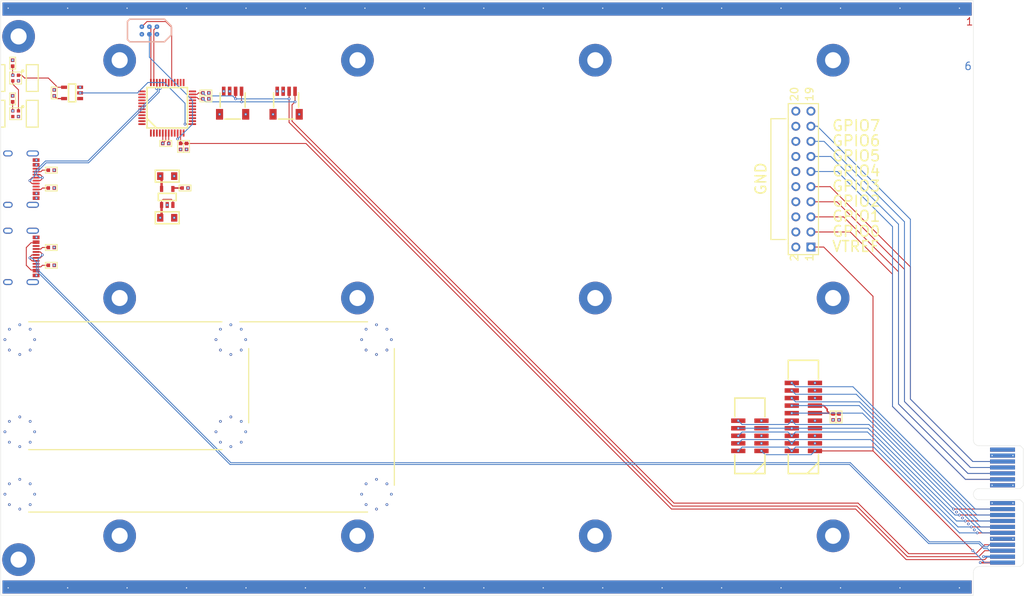
<source format=kicad_pcb>
(kicad_pcb (version 20240108) (generator "pcbnew") (generator_version "8.0")
  (layers (0 "F.Cu" signal "Top Layer") (1 "In1.Cu" signal "Signal Layer 1") (2 "In2.Cu" signal "Signal Layer 2") (3 "In3.Cu" signal "Signal Layer 3") (4 "In4.Cu" signal "Signal Layer 4") (31 "B.Cu" signal "Bottom Layer") (34 "B.Paste" user "Bottom Paste") (35 "F.Paste" user "Top Paste") (36 "B.SilkS" user "Bottom Overlay") (37 "F.SilkS" user "Top Overlay") (38 "B.Mask" user "Bottom Solder") (39 "F.Mask" user "Top Solder") (44 "Edge.Cuts" user))
  (net 0 "")
  (net 1 "NetP6_A4")
  (net 2 "NetC4_2")
  (net 3 "NetP6_B5")
  (net 4 "NetP6_A5")
  (net 5 "NetC3_2")
  (net 6 "NetP2_B5")
  (net 7 "NetP2_A5")
  (net 8 "NetLED1_1")
  (net 9 "LEDS")
  (net 10 "NetLED1_3")
  (net 11 "NRST")
  (net 12 "M_USB_D_P")
  (net 13 "M_USB_D_N")
  (net 14 "SWDIO")
  (net 15 "SWCLK")
  (net 16 "ADDR")
  (net 17 "MGMT_SDA")
  (net 18 "MGMT_SCL")
  (net 19 "TRACED3")
  (net 20 "TRACED2")
  (net 21 "TRACED1")
  (net 22 "TRACED0")
  (net 23 "TRACECLK")
  (net 24 "M_NRST")
  (net 25 "JTDO")
  (net 26 "JTDI")
  (net 27 "JTCK")
  (net 28 "GPIO7")
  (net 29 "GPIO6")
  (net 30 "GPIO5")
  (net 31 "GPIO4")
  (net 32 "GPIO3")
  (net 33 "GPIO2")
  (net 34 "GPIO1")
  (net 35 "GPIO0")
  (net 36 "JTMS")
  (net 37 "V3.3")
  (net 38 "VTREF")
  (net 39 "GND")
  (net 40 "V5")
  (net 41 "UART_TX")
  (net 42 "D_N")
  (net 43 "D_P")
  (footprint "misc.IntLib:0805" (layer "F.Cu") (at 90.501095 84.5036 180)
    (property "Reference" "C8" (hide yes))
    (property "Value" "22uF" (hide yes))
  )
  (footprint "misc.IntLib:FTSH105" (layer "F.Cu") (at 188.501095 128.1786 90)
    (property "Reference" "P5" (hide yes))
    (property "Value" "SWD-FTSH105" (hide yes))
  )
  (footprint "" (layer "F.Cu") (at 162.501095 145.0036)
    (property "Reference" "")
    (property "Value" "")
  )
  (footprint "misc.IntLib:SOT23-5" (layer "F.Cu") (at 90.501095 88.0036)
    (property "Reference" "U5" (hide yes))
    (property "Value" "RT9193-33" (hide yes))
  )
  (footprint "" (layer "F.Cu") (at 82.501095 105.0036)
    (property "Reference" "")
    (property "Value" "")
  )
  (footprint "" (layer "F.Cu") (at 202.501095 65.0036)
    (property "Reference" "")
    (property "Value" "")
  )
  (footprint "" (layer "F.Cu") (at 65.501095 149.0036)
    (property "Reference" "")
    (property "Value" "")
  )
  (footprint "" (layer "F.Cu") (at 162.501095 105.0036)
    (property "Reference" "")
    (property "Value" "")
  )
  (footprint "" (layer "F.Cu") (at 122.501095 105.0036)
    (property "Reference" "")
    (property "Value" "")
  )
  (footprint "misc.IntLib:0402" (layer "F.Cu") (at 71.001095 86.5036 180)
    (property "Reference" "R6" (hide yes))
    (property "Value" "5.1k" (hide yes))
  )
  (footprint "misc.IntLib:SM04B" (layer "F.Cu") (at 110.501095 75.0036)
    (property "Reference" "P8" (hide yes))
    (property "Value" "SH4_I2C" (hide yes))
  )
  (footprint "misc.IntLib:WA-SMSI_M2.5" (layer "F.Cu") (at 101.201095 127.5036 90)
    (property "Reference" "MH7" (hide yes))
    (property "Value" "Mounting_Hole" (hide yes))
  )
  (footprint "misc.IntLib:0402" (layer "F.Cu") (at 92.751095 79.5036 90)
    (property "Reference" "C2" (hide yes))
    (property "Value" "100nF" (hide yes))
  )
  (footprint "" (layer "F.Cu") (at 162.501095 65.0036)
    (property "Reference" "")
    (property "Value" "")
  )
  (footprint "misc.IntLib:0402" (layer "F.Cu") (at 203.501095 125.0036 -90)
    (property "Reference" "R2" (hide yes))
    (property "Value" "NP" (hide yes))
  )
  (footprint "" (layer "F.Cu") (at 122.501095 65.0036)
    (property "Reference" "")
    (property "Value" "")
  )
  (footprint "" (layer "F.Cu") (at 202.501095 105.0036)
    (property "Reference" "")
    (property "Value" "")
  )
  (footprint "misc.IntLib:WA-SMSI_M2.5" (layer "F.Cu") (at 65.701095 112.0036 90)
    (property "Reference" "MH1" (hide yes))
    (property "Value" "Mounting_Hole" (hide yes))
  )
  (footprint "misc.IntLib:0402" (layer "F.Cu") (at 71.501095 70.5036 -90)
    (property "Reference" "C9" (hide yes))
    (property "Value" "100nF" (hide yes))
  )
  (footprint "misc.IntLib:WA-SMSI_M2.5" (layer "F.Cu") (at 125.701095 138.0036 90)
    (property "Reference" "MH4" (hide yes))
    (property "Value" "Mounting_Hole" (hide yes))
  )
  (footprint "misc.IntLib:0402" (layer "F.Cu") (at 64.501095 65.5036 -90)
    (property "Reference" "C10" (hide yes))
    (property "Value" "100nF" (hide yes))
  )
  (footprint "misc.IntLib:PCIE_X1_EDGE" (layer "F.Cu") (at 226.101095 138.0036 90)
    (property "Reference" "P1" (hide yes))
    (property "Value" "PCIE_X1" (hide yes))
  )
  (footprint "misc.IntLib:WA-SMSI_M2.5" (layer "F.Cu") (at 125.701095 112.0036 90)
    (property "Reference" "MH3" (hide yes))
    (property "Value" "Mounting_Hole" (hide yes))
  )
  (footprint "misc.IntLib:0402" (layer "F.Cu") (at 71.001095 83.5036 180)
    (property "Reference" "R5" (hide yes))
    (property "Value" "5.1k" (hide yes))
  )
  (footprint "misc.IntLib:0402" (layer "F.Cu") (at 202.501095 125.0036 90)
    (property "Reference" "C3" (hide yes))
    (property "Value" "100nF" (hide yes))
  )
  (footprint "misc.IntLib:WA-SMSI_M2.5" (layer "F.Cu") (at 65.701095 127.5036 90)
    (property "Reference" "MH5" (hide yes))
    (property "Value" "Mounting_Hole" (hide yes))
  )
  (footprint "misc.IntLib:WA-SMSI_M2.5" (layer "F.Cu") (at 101.201095 112.0036 90)
    (property "Reference" "MH6" (hide yes))
    (property "Value" "Mounting_Hole" (hide yes))
  )
  (footprint "misc.IntLib:U262-161N-4BVC11" (layer "F.Cu") (at 63.701095 98.0036 -90)
    (property "Reference" "P6" (hide yes))
    (property "Value" "USBC" (hide yes))
  )
  (footprint "" (layer "F.Cu") (at 122.501095 145.0036)
    (property "Reference" "")
    (property "Value" "")
  )
  (footprint "Miscellaneous Connectors.IntLib:HDR2X10" (layer "F.Cu") (at 198.771095 96.4336 90)
    (property "Reference" "P9" (hide yes))
    (property "Value" "Header 10X2" (hide yes))
  )
  (footprint "misc.IntLib:FTSH110" (layer "F.Cu") (at 197.501095 125.0036 90)
    (property "Reference" "P4" (hide yes))
    (property "Value" "SWD-TRACE-FTSH110" (hide yes))
  )
  (footprint "misc.IntLib:0402" (layer "F.Cu") (at 93.751095 79.5036 -90)
    (property "Reference" "R1" (hide yes))
    (property "Value" "10k" (hide yes))
  )
  (footprint "misc.IntLib:0402" (layer "F.Cu") (at 97.001095 71.5036)
    (property "Reference" "R8" (hide yes))
    (property "Value" "2k" (hide yes))
  )
  (footprint "misc.IntLib:EC15" (layer "F.Cu") (at 65.001095 68.0036 180)
    (property "Reference" "LED1" (hide yes))
    (property "Value" "SK6805" (hide yes))
  )
  (footprint "misc.IntLib:0402" (layer "F.Cu") (at 97.001095 70.5036)
    (property "Reference" "R7" (hide yes))
    (property "Value" "2k" (hide yes))
  )
  (footprint "misc.IntLib:SM04B" (layer "F.Cu") (at 101.501095 75.0036)
    (property "Reference" "P7" (hide yes))
    (property "Value" "SH4_I2C" (hide yes))
  )
  (footprint "misc.IntLib:SLP3-150-100-F" (layer "F.Cu") (at 65.001095 74.0036 -90)
    (property "Reference" "LP2" (hide yes))
    (property "Value" "Lightpipe" (hide yes))
  )
  (footprint "misc.IntLib:EC15" (layer "F.Cu") (at 65.001095 74.0036 180)
    (property "Reference" "LED2" (hide yes))
    (property "Value" "SK6805" (hide yes))
  )
  (footprint "misc.IntLib:QFP48" (layer "F.Cu") (at 90.501095 73.0036)
    (property "Reference" "U2" (hide yes))
    (property "Value" "STM32G0B1C" (hide yes))
  )
  (footprint "" (layer "F.Cu") (at 82.501095 145.0036)
    (property "Reference" "")
    (property "Value" "")
  )
  (footprint "misc.IntLib:0402" (layer "F.Cu") (at 90.251095 79.0036 180)
    (property "Reference" "C1" (hide yes))
    (property "Value" "100nF" (hide yes))
  )
  (footprint "" (layer "F.Cu") (at 202.501095 145.0036)
    (property "Reference" "")
    (property "Value" "")
  )
  (footprint "misc.IntLib:U262-161N-4BVC11" (layer "F.Cu") (at 63.701095 85.0036 -90)
    (property "Reference" "P2" (hide yes))
    (property "Value" "USBC" (hide yes))
  )
  (footprint "misc.IntLib:0805" (layer "F.Cu") (at 90.501095 91.5036 180)
    (property "Reference" "C7" (hide yes))
    (property "Value" "22uF" (hide yes))
  )
  (footprint "" (layer "F.Cu") (at 82.501095 65.0036)
    (property "Reference" "")
    (property "Value" "")
  )
  (footprint "" (layer "F.Cu") (at 65.501095 61.0036)
    (property "Reference" "")
    (property "Value" "")
  )
  (footprint "misc.IntLib:0402" (layer "F.Cu") (at 93.501095 86.5036 180)
    (property "Reference" "C4" (hide yes))
    (property "Value" "100nF" (hide yes))
  )
  (footprint "misc.IntLib:SLP3-150-100-F" (layer "F.Cu") (at 65.001095 68.0036 -90)
    (property "Reference" "LP1" (hide yes))
    (property "Value" "Lightpipe" (hide yes))
  )
  (footprint "misc.IntLib:0402" (layer "F.Cu") (at 64.501095 71.5036 -90)
    (property "Reference" "C11" (hide yes))
    (property "Value" "100nF" (hide yes))
  )
  (footprint "misc.IntLib:0402" (layer "F.Cu") (at 71.001095 99.5036 180)
    (property "Reference" "R4" (hide yes))
    (property "Value" "5.1k" (hide yes))
  )
  (footprint "misc.IntLib:SOT23-5" (layer "F.Cu") (at 74.501095 70.5036 90)
    (property "Reference" "U4" (hide yes))
    (property "Value" "SN74LV1T34" (hide yes))
  )
  (footprint "misc.IntLib:WA-SMSI_M2.5" (layer "F.Cu") (at 65.701095 138.0036 90)
    (property "Reference" "MH2" (hide yes))
    (property "Value" "Mounting_Hole" (hide yes))
  )
  (footprint "misc.IntLib:0402" (layer "F.Cu") (at 71.001095 96.5036 180)
    (property "Reference" "R3" (hide yes))
    (property "Value" "5.1k" (hide yes))
  )
  (footprint "misc.IntLib:TC2030-NL" (layer "B.Cu") (at 87.501095 60.0036 180)
    (property "Reference" "P3" (hide yes))
    (property "Value" "SWD-TC2030" (hide yes))
  )
  (gr_line (start 67.201095 130.5036) (end 99.701095 130.5036) (stroke (width 0.2)) (layer "F.SilkS"))
  (gr_line (start 104.201095 126.0036) (end 104.201095 113.5036) (stroke (width 0.2)) (layer "F.SilkS"))
  (gr_line (start 192.041095 95.16359) (end 192.041095 74.84359) (stroke (width 0.2)) (layer "F.SilkS"))
  (gr_line (start 192.041095 95.16359) (end 194.581095 95.16359) (stroke (width 0.2)) (layer "F.SilkS"))
  (gr_line (start 67.201095 141.0036) (end 124.201095 141.0036) (stroke (width 0.2)) (layer "F.SilkS"))
  (gr_line (start 192.041095 74.84359) (end 194.581095 74.84359) (stroke (width 0.2)) (layer "F.SilkS"))
  (gr_line (start 67.201095 109.0036) (end 99.701095 109.0036) (stroke (width 0.2)) (layer "F.SilkS"))
  (gr_line (start 102.701095 109.0036) (end 124.201095 109.0036) (stroke (width 0.2)) (layer "F.SilkS"))
  (gr_line (start 128.701095 136.5036) (end 128.701095 113.5036) (stroke (width 0.2)) (layer "F.SilkS"))
  (gr_arc (start 227.051095 138.9536) (mid 226.101095 138.0036) (end 227.051095 137.0536) (stroke (width 0.05)) (layer "Edge.Cuts"))
  (gr_line (start 234.001085 138.95359) (end 227.051085 138.95359) (stroke (width 0.05)) (layer "Edge.Cuts"))
  (gr_arc (start 227.051085 129.85359) (mid 226.37934 129.575334) (end 226.101075 128.90358) (stroke (width 0.05)) (layer "Edge.Cuts"))
  (gr_line (start 227.051085 137.05362) (end 234.001085 137.05362) (stroke (width 0.05)) (layer "Edge.Cuts"))
  (gr_line (start 62.501095 55.0036) (end 62.501095 155.0036) (stroke (width 0.05)) (layer "Edge.Cuts"))
  (gr_line (start 234.501105 130.35361) (end 234.001085 129.85359) (stroke (width 0.05)) (layer "Edge.Cuts"))
  (gr_line (start 234.001085 150.15362) (end 234.501105 149.6536) (stroke (width 0.05)) (layer "Edge.Cuts"))
  (gr_line (start 62.501095 155.0036) (end 226.101075 155.0036) (stroke (width 0.05)) (layer "Edge.Cuts"))
  (gr_line (start 227.051095 137.0536) (end 227.051085 137.05362) (stroke (width 0.05)) (layer "Edge.Cuts"))
  (gr_line (start 234.001085 137.05362) (end 234.501105 136.5536) (stroke (width 0.05)) (layer "Edge.Cuts"))
  (gr_line (start 226.101075 55.0036) (end 62.501095 55.0036) (stroke (width 0.05)) (layer "Edge.Cuts"))
  (gr_line (start 234.501105 136.5536) (end 234.501105 130.35361) (stroke (width 0.05)) (layer "Edge.Cuts"))
  (gr_line (start 226.101075 128.90358) (end 226.101075 55.0036) (stroke (width 0.05)) (layer "Edge.Cuts"))
  (gr_line (start 234.501105 149.6536) (end 234.501105 139.45362) (stroke (width 0.05)) (layer "Edge.Cuts"))
  (gr_line (start 227.051085 138.95359) (end 227.051095 138.9536) (stroke (width 0.05)) (layer "Edge.Cuts"))
  (gr_line (start 234.001085 129.85359) (end 227.051085 129.85359) (stroke (width 0.05)) (layer "Edge.Cuts"))
  (gr_line (start 227.101095 150.15362) (end 234.001085 150.15362) (stroke (width 0.05)) (layer "Edge.Cuts"))
  (gr_arc (start 226.101075 151.15364) (mid 226.39396 150.446493) (end 227.101095 150.15362) (stroke (width 0.05)) (layer "Edge.Cuts"))
  (gr_line (start 226.101075 155.0036) (end 226.101075 151.15364) (stroke (width 0.05)) (layer "Edge.Cuts"))
  (gr_line (start 234.501105 139.45362) (end 234.001085 138.95359) (stroke (width 0.05)) (layer "Edge.Cuts"))
  (gr_text "1" (at 224.751095 59.2536 360) (layer "F.Cu") (effects (font (size 1.27 1.27) (thickness 0.1524)) (justify left bottom)))
  (gr_text "6" (at 224.501095 66.7536 360) (layer "B.Cu") (effects (font (size 1.27 1.27) (thickness 0.1524)) (justify left bottom)))
  (gr_text "GND" (at 191.406095 87.8586 90) (layer "F.SilkS") (effects (font (size 1.8 1.8) (thickness 0.254)) (justify left bottom)))
  (gr_text "GPIO1" (at 202.201095 92.3036 360) (layer "F.SilkS") (effects (font (size 1.8 1.8) (thickness 0.254)) (justify left bottom)))
  (gr_text "GPIO6" (at 202.201095 79.6036 360) (layer "F.SilkS") (effects (font (size 1.8 1.8) (thickness 0.254)) (justify left bottom)))
  (gr_text "GPIO4" (at 202.201095 84.6836 360) (layer "F.SilkS") (effects (font (size 1.8 1.8) (thickness 0.254)) (justify left bottom)))
  (gr_text "GPIO0" (at 202.201095 94.8436 360) (layer "F.SilkS") (effects (font (size 1.8 1.8) (thickness 0.254)) (justify left bottom)))
  (gr_text "GPIO2" (at 202.201095 89.7636 360) (layer "F.SilkS") (effects (font (size 1.8 1.8) (thickness 0.254)) (justify left bottom)))
  (gr_text "VTREF" (at 202.201095 97.3836 360) (layer "F.SilkS") (effects (font (size 1.8 1.8) (thickness 0.254)) (justify left bottom)))
  (gr_text "GPIO7" (at 202.201095 77.0636 360) (layer "F.SilkS") (effects (font (size 1.8 1.8) (thickness 0.254)) (justify left bottom)))
  (gr_text "GPIO3" (at 202.201095 87.2236 360) (layer "F.SilkS") (effects (font (size 1.8 1.8) (thickness 0.254)) (justify left bottom)))
  (gr_text "GPIO5" (at 202.201095 82.1436 360) (layer "F.SilkS") (effects (font (size 1.8 1.8) (thickness 0.254)) (justify left bottom)))
  (segment (start 66.801095 96.5036) (end 67.601095 95.7036) (width 0.1524) (layer "F.Cu") (net 1))
  (segment (start 66.801095 99.5036) (end 67.601095 100.3036) (width 0.1524) (layer "F.Cu") (net 1))
  (segment (start 67.601095 95.7036) (end 68.196095 95.7036) (width 0.1524) (layer "F.Cu") (net 1))
  (segment (start 67.601095 100.3036) (end 68.196095 100.3036) (width 0.1524) (layer "F.Cu") (net 1))
  (segment (start 66.801095 99.5036) (end 66.801095 96.5036) (width 0.1524) (layer "F.Cu") (net 1))
  (segment (start 68.196095 100.3036) (end 68.446095 100.5536) (width 0.1524) (layer "F.Cu") (net 1))
  (segment (start 68.196095 95.7036) (end 68.446095 95.4536) (width 0.1524) (layer "F.Cu") (net 1))
  (segment (start 91.601105 86.5036) (end 93.001095 86.5036) (width 0.254) (layer "F.Cu") (net 2))
  (segment (start 91.451095 86.65361) (end 91.601105 86.5036) (width 0.254) (layer "F.Cu") (net 2))
  (segment (start 69.251095 99.7536) (end 69.501095 99.5036) (width 0.1524) (layer "F.Cu") (net 3))
  (segment (start 69.501095 99.5036) (end 70.501095 99.5036) (width 0.1524) (layer "F.Cu") (net 3))
  (segment (start 68.446095 99.7536) (end 69.251095 99.7536) (width 0.1524) (layer "F.Cu") (net 3))
  (segment (start 68.446095 96.7536) (end 69.251095 96.7536) (width 0.1524) (layer "F.Cu") (net 4))
  (segment (start 69.251095 96.7536) (end 69.501095 96.5036) (width 0.1524) (layer "F.Cu") (net 4))
  (segment (start 69.501095 96.5036) (end 70.501095 96.5036) (width 0.1524) (layer "F.Cu") (net 4))
  (segment (start 200.896095 123.0986) (end 201.501095 123.7036) (width 0.25) (layer "F.Cu") (net 5))
  (segment (start 199.451105 123.0986) (end 200.896095 123.0986) (width 0.25) (layer "F.Cu") (net 5))
  (segment (start 199.451105 124.3686) (end 201.866095 124.3686) (width 0.25) (layer "F.Cu") (net 5))
  (segment (start 201.501095 124.0036) (end 201.501095 123.7036) (width 0.25) (layer "F.Cu") (net 5))
  (segment (start 202.501095 124.5036) (end 203.501095 124.5036) (width 0.25) (layer "F.Cu") (net 5))
  (segment (start 201.501095 124.0036) (end 201.866095 124.3686) (width 0.25) (layer "F.Cu") (net 5))
  (segment (start 201.866095 124.3686) (end 202.001095 124.5036) (width 0.25) (layer "F.Cu") (net 5))
  (segment (start 202.001095 124.5036) (end 202.501095 124.5036) (width 0.25) (layer "F.Cu") (net 5))
  (segment (start 69.251095 86.7536) (end 69.501095 86.5036) (width 0.1524) (layer "F.Cu") (net 6))
  (segment (start 69.501095 86.5036) (end 70.501095 86.5036) (width 0.1524) (layer "F.Cu") (net 6))
  (segment (start 68.446095 86.7536) (end 69.251095 86.7536) (width 0.1524) (layer "F.Cu") (net 6))
  (segment (start 68.446095 83.7536) (end 69.251095 83.7536) (width 0.1524) (layer "F.Cu") (net 7))
  (segment (start 69.251095 83.7536) (end 69.501095 83.5036) (width 0.1524) (layer "F.Cu") (net 7))
  (segment (start 69.501095 83.5036) (end 70.501095 83.5036) (width 0.1524) (layer "F.Cu") (net 7))
  (segment (start 65.476085 67.5286) (end 65.501085 67.5036) (width 0.1524) (layer "F.Cu") (net 8))
  (segment (start 66.501095 68.0036) (end 70.501095 68.0036) (width 0.1524) (layer "F.Cu") (net 8))
  (segment (start 66.001095 67.5036) (end 66.501095 68.0036) (width 0.1524) (layer "F.Cu") (net 8))
  (segment (start 72.051095 69.5536) (end 73.151095 69.5536) (width 0.1524) (layer "F.Cu") (net 8))
  (segment (start 70.501095 68.0036) (end 72.051095 69.5536) (width 0.1524) (layer "F.Cu") (net 8))
  (segment (start 65.501085 67.5036) (end 66.001095 67.5036) (width 0.1524) (layer "F.Cu") (net 8))
  (segment (start 93.501095 75.7536) (end 94.751095 75.7536) (width 0.1524) (layer "F.Cu") (net 9))
  (via (at 75.851095 70.5036) (size 0.45) (drill 0.2) (layers "F.Cu" "B.Cu") (net 9))
  (via (at 93.501095 75.7536) (size 0.45) (drill 0.2) (layers "F.Cu" "B.Cu") (net 9))
  (segment (start 93.501095 75.7536) (end 93.501095 72.2536) (width 0.1524) (layer "B.Cu") (net 9))
  (segment (start 90.001095 68.7536) (end 93.501095 72.2536) (width 0.1524) (layer "B.Cu") (net 9))
  (segment (start 87.251095 68.7536) (end 90.001095 68.7536) (width 0.1524) (layer "B.Cu") (net 9))
  (segment (start 85.501125 70.50357) (end 87.251095 68.7536) (width 0.1524) (layer "B.Cu") (net 9))
  (segment (start 75.851125 70.50357) (end 85.501125 70.50357) (width 0.1524) (layer "B.Cu") (net 9))
  (segment (start 64.526075 69.02857) (end 64.526075 68.47861) (width 0.1524) (layer "F.Cu") (net 10))
  (segment (start 64.526075 69.02857) (end 65.476085 69.97858) (width 0.1524) (layer "F.Cu") (net 10))
  (segment (start 65.476085 73.52862) (end 65.476085 69.97858) (width 0.1524) (layer "F.Cu") (net 10))
  (segment (start 222.751095 140.5036) (end 231.001085 140.5036) (width 0.1524) (layer "F.Cu") (net 11))
  (via (at 195.551085 125.6386) (size 0.45) (drill 0.2) (layers "F.Cu" "B.Cu") (net 11))
  (via (at 222.751095 140.5036) (size 0.45) (drill 0.2) (layers "F.Cu" "B.Cu") (net 11))
  (via (at 186.551085 125.6386) (size 0.45) (drill 0.2) (layers "F.Cu" "B.Cu") (net 11))
  (segment (start 208.521095 126.2736) (end 222.751095 140.5036) (width 0.1524) (layer "B.Cu") (net 11))
  (segment (start 194.916085 126.2736) (end 195.551085 125.6386) (width 0.1524) (layer "B.Cu") (net 11))
  (segment (start 196.186085 126.2736) (end 208.521095 126.2736) (width 0.1524) (layer "B.Cu") (net 11))
  (segment (start 186.551085 125.6386) (end 187.186085 126.2736) (width 0.1524) (layer "B.Cu") (net 11))
  (segment (start 195.551085 125.6386) (end 196.186085 126.2736) (width 0.1524) (layer "B.Cu") (net 11))
  (segment (start 187.186085 126.2736) (end 194.916085 126.2736) (width 0.1524) (layer "B.Cu") (net 11))
  (segment (start 67.751095 85.7536) (end 68.446095 85.7536) (width 0.1524) (layer "F.Cu") (net 12))
  (segment (start 67.751095 84.7536) (end 68.446095 84.7536) (width 0.1524) (layer "F.Cu") (net 12))
  (segment (start 67.401095 85.1036) (end 67.751095 84.7536) (width 0.1524) (layer "F.Cu") (net 12))
  (segment (start 67.401095 85.4036) (end 67.751095 85.7536) (width 0.1524) (layer "F.Cu") (net 12))
  (segment (start 88.751095 69.7024) (end 88.751095 68.7536) (width 0.1524) (layer "F.Cu") (net 12))
  (segment (start 67.401095 85.4036) (end 67.401095 85.2536) (width 0.1524) (layer "F.Cu") (net 12))
  (segment (start 67.401095 85.2536) (end 67.401095 85.1036) (width 0.1524) (layer "F.Cu") (net 12))
  (segment (start 88.699895 69.7536) (end 88.751095 69.7024) (width 0.1524) (layer "F.Cu") (net 12))
  (via (at 88.699895 69.7536) (size 0.45) (drill 0.2) (layers "F.Cu" "B.Cu") (net 12))
  (via (at 67.401095 85.2536) (size 0.45) (drill 0.2) (layers "F.Cu" "B.Cu") (net 12))
  (segment (start 70.024845 81.9488) (end 77.153495 81.9488) (width 0.1524) (layer "B.Cu") (net 12))
  (segment (start 88.699895 69.7536) (end 88.848695 69.9024) (width 0.1524) (layer "B.Cu") (net 12))
  (segment (start 77.153495 81.9488) (end 88.848695 70.2536) (width 0.1524) (layer "B.Cu") (net 12))
  (segment (start 67.401095 85.2536) (end 68.196295 84.4584) (width 0.1524) (layer "B.Cu") (net 12))
  (segment (start 68.196295 83.77734) (end 70.024845 81.9488) (width 0.1524) (layer "B.Cu") (net 12))
  (segment (start 88.848695 70.2536) (end 88.848695 69.9024) (width 0.1524) (layer "B.Cu") (net 12))
  (segment (start 68.196295 84.4584) (end 68.196295 83.77734) (width 0.1524) (layer "B.Cu") (net 12))
  (segment (start 89.251095 69.7024) (end 89.302295 69.7536) (width 0.1524) (layer "F.Cu") (net 13))
  (segment (start 68.446095 85.2536) (end 69.151095 85.2536) (width 0.1524) (layer "F.Cu") (net 13))
  (segment (start 89.251095 69.7024) (end 89.251095 68.7536) (width 0.1524) (layer "F.Cu") (net 13))
  (segment (start 69.501095 84.7536) (end 69.501095 84.6036) (width 0.1524) (layer "F.Cu") (net 13))
  (segment (start 69.151095 84.2536) (end 69.501095 84.6036) (width 0.1524) (layer "F.Cu") (net 13))
  (segment (start 69.151095 85.2536) (end 69.501095 84.9036) (width 0.1524) (layer "F.Cu") (net 13))
  (segment (start 69.501095 84.9036) (end 69.501095 84.7536) (width 0.1524) (layer "F.Cu") (net 13))
  (segment (start 68.446095 84.2536) (end 69.151095 84.2536) (width 0.1524) (layer "F.Cu") (net 13))
  (via (at 69.501095 84.7536) (size 0.45) (drill 0.2) (layers "F.Cu" "B.Cu") (net 13))
  (via (at 89.302295 69.7536) (size 0.45) (drill 0.2) (layers "F.Cu" "B.Cu") (net 13))
  (segment (start 70.151095 82.2536) (end 77.279745 82.2536) (width 0.1524) (layer "B.Cu") (net 13))
  (segment (start 77.279745 82.2536) (end 89.153495 70.37985) (width 0.1524) (layer "B.Cu") (net 13))
  (segment (start 68.501095 84.2036) (end 69.051105 84.7536) (width 0.1524) (layer "B.Cu") (net 13))
  (segment (start 68.501095 84.2036) (end 68.501095 83.90359) (width 0.1524) (layer "B.Cu") (net 13))
  (segment (start 68.501095 83.90359) (end 70.151095 82.2536) (width 0.1524) (layer "B.Cu") (net 13))
  (segment (start 89.153495 70.37985) (end 89.153495 69.9024) (width 0.1524) (layer "B.Cu") (net 13))
  (segment (start 69.051105 84.7536) (end 69.501095 84.7536) (width 0.1524) (layer "B.Cu") (net 13))
  (segment (start 89.153495 69.9024) (end 89.302295 69.7536) (width 0.1524) (layer "B.Cu") (net 13))
  (segment (start 88.246295 68.7536) (end 88.246295 59.89336) (width 0.1524) (layer "F.Cu") (net 14))
  (segment (start 88.246295 59.89336) (end 88.771085 59.36857) (width 0.1524) (layer "F.Cu") (net 14))
  (via (at 88.771085 59.36857) (size 0.45) (drill 0.2) (layers "F.Cu" "B.Cu") (net 14))
  (segment (start 87.751095 68.7536) (end 87.751095 59.61858) (width 0.1524) (layer "F.Cu") (net 15))
  (segment (start 87.501085 59.36857) (end 87.751095 59.61858) (width 0.1524) (layer "F.Cu") (net 15))
  (via (at 87.501085 59.36857) (size 0.45) (drill 0.2) (layers "F.Cu" "B.Cu") (net 15))
  (segment (start 175.326855 140.5036) (end 206.293985 140.5036) (width 0.1524) (layer "F.Cu") (net 16))
  (segment (start 92.751095 79.00359) (end 92.751095 77.6286) (width 0.1524) (layer "F.Cu") (net 16))
  (segment (start 206.293985 140.5036) (end 214.793985 149.0036) (width 0.1524) (layer "F.Cu") (net 16))
  (segment (start 92.751095 79.00359) (end 93.751075 79.00359) (width 0.1524) (layer "F.Cu") (net 16))
  (segment (start 228.001095 149.0036) (end 228.501105 148.50359) (width 0.1524) (layer "F.Cu") (net 16))
  (segment (start 113.826845 79.00359) (end 175.326855 140.5036) (width 0.1524) (layer "F.Cu") (net 16))
  (segment (start 93.751075 79.00359) (end 93.751075 79.00359) (width 0.1524) (layer "F.Cu") (net 16))
  (segment (start 214.793985 149.0036) (end 228.001095 149.0036) (width 0.1524) (layer "F.Cu") (net 16))
  (segment (start 93.751075 79.00359) (end 113.826845 79.00359) (width 0.1524) (layer "F.Cu") (net 16))
  (segment (start 228.501105 148.50359) (end 231.001085 148.50359) (width 0.1524) (layer "F.Cu") (net 16))
  (segment (start 228.001105 147.50359) (end 231.001085 147.50359) (width 0.1524) (layer "F.Cu") (net 17))
  (segment (start 175.533965 140.0036) (end 206.501095 140.0036) (width 0.1524) (layer "F.Cu") (net 17))
  (segment (start 111.001095 75.47073) (end 111.001095 71.5036) (width 0.1524) (layer "F.Cu") (net 17))
  (segment (start 215.001095 148.5036) (end 227.001095 148.5036) (width 0.1524) (layer "F.Cu") (net 17))
  (segment (start 94.876095 70.7536) (end 95.501095 70.7536) (width 0.1524) (layer "F.Cu") (net 17))
  (segment (start 111.001095 71.5036) (end 111.001095 70.2286) (width 0.1524) (layer "F.Cu") (net 17))
  (segment (start 227.001095 148.5036) (end 228.001105 147.50359) (width 0.1524) (layer "F.Cu") (net 17))
  (segment (start 111.001095 75.47073) (end 175.533965 140.0036) (width 0.1524) (layer "F.Cu") (net 17))
  (segment (start 95.751095 70.5036) (end 96.501095 70.5036) (width 0.1524) (layer "F.Cu") (net 17))
  (segment (start 206.501095 140.0036) (end 215.001095 148.5036) (width 0.1524) (layer "F.Cu") (net 17))
  (segment (start 102.001095 71.5036) (end 102.001095 70.2286) (width 0.1524) (layer "F.Cu") (net 17))
  (segment (start 95.501095 70.7536) (end 95.751095 70.5036) (width 0.1524) (layer "F.Cu") (net 17))
  (via (at 111.001095 71.5036) (size 0.45) (drill 0.2) (layers "F.Cu" "B.Cu") (net 17))
  (via (at 102.001095 71.5036) (size 0.45) (drill 0.2) (layers "F.Cu" "B.Cu") (net 17))
  (via (at 96.501095 70.5036) (size 0.45) (drill 0.2) (layers "F.Cu" "B.Cu") (net 17))
  (segment (start 101.501095 71.0036) (end 102.001095 71.5036) (width 0.1524) (layer "B.Cu") (net 17))
  (segment (start 102.001095 71.5036) (end 111.001095 71.5036) (width 0.1524) (layer "B.Cu") (net 17))
  (segment (start 96.501095 70.5036) (end 97.001095 71.0036) (width 0.1524) (layer "B.Cu") (net 17))
  (segment (start 97.001095 71.0036) (end 101.501095 71.0036) (width 0.1524) (layer "B.Cu") (net 17))
  (segment (start 111.501115 72.50358) (end 112.001095 72.0036) (width 0.1524) (layer "F.Cu") (net 18))
  (segment (start 206.708215 139.50358) (end 215.208215 148.00358) (width 0.1524) (layer "F.Cu") (net 18))
  (segment (start 111.501115 75.26362) (end 111.501115 72.50358) (width 0.1524) (layer "F.Cu") (net 18))
  (segment (start 215.208215 148.00358) (end 226.501095 148.00358) (width 0.1524) (layer "F.Cu") (net 18))
  (segment (start 175.741075 139.50358) (end 206.708215 139.50358) (width 0.1524) (layer "F.Cu") (net 18))
  (segment (start 103.001095 72.0036) (end 103.001095 70.2286) (width 0.1524) (layer "F.Cu") (net 18))
  (segment (start 95.751095 71.5036) (end 96.501095 71.5036) (width 0.1524) (layer "F.Cu") (net 18))
  (segment (start 112.001095 72.0036) (end 112.001095 70.2286) (width 0.1524) (layer "F.Cu") (net 18))
  (segment (start 228.001085 146.50359) (end 231.001085 146.50359) (width 0.1524) (layer "F.Cu") (net 18))
  (segment (start 95.501095 71.2536) (end 95.751095 71.5036) (width 0.1524) (layer "F.Cu") (net 18))
  (segment (start 226.501095 148.00358) (end 228.001085 146.50359) (width 0.1524) (layer "F.Cu") (net 18))
  (segment (start 111.501115 75.26362) (end 175.741075 139.50358) (width 0.1524) (layer "F.Cu") (net 18))
  (segment (start 94.876095 71.2536) (end 95.501095 71.2536) (width 0.1524) (layer "F.Cu") (net 18))
  (via (at 103.001095 72.0036) (size 0.45) (drill 0.2) (layers "F.Cu" "B.Cu") (net 18))
  (via (at 112.001095 72.0036) (size 0.45) (drill 0.2) (layers "F.Cu" "B.Cu") (net 18))
  (via (at 96.501095 71.5036) (size 0.45) (drill 0.2) (layers "F.Cu" "B.Cu") (net 18))
  (segment (start 97.001095 72.0036) (end 103.001095 72.0036) (width 0.1524) (layer "B.Cu") (net 18))
  (segment (start 96.501095 71.5036) (end 97.001095 72.0036) (width 0.1524) (layer "B.Cu") (net 18))
  (segment (start 103.001095 72.0036) (end 112.001095 72.0036) (width 0.1524) (layer "B.Cu") (net 18))
  (via (at 195.551085 119.2886) (size 0.45) (drill 0.2) (layers "F.Cu" "B.Cu") (net 19))
  (segment (start 226.415315 140.5036) (end 231.001085 140.5036) (width 0.1524) (layer "B.Cu") (net 19))
  (segment (start 195.551085 119.2886) (end 196.186085 119.9236) (width 0.1524) (layer "B.Cu") (net 19))
  (segment (start 196.186085 119.9236) (end 205.835315 119.9236) (width 0.1524) (layer "B.Cu") (net 19))
  (segment (start 205.835315 119.9236) (end 226.415315 140.5036) (width 0.1524) (layer "B.Cu") (net 19))
  (via (at 195.551085 120.5586) (size 0.45) (drill 0.2) (layers "F.Cu" "B.Cu") (net 20))
  (segment (start 196.186085 121.1936) (end 206.398205 121.1936) (width 0.1524) (layer "B.Cu") (net 20))
  (segment (start 195.551085 120.5586) (end 196.186085 121.1936) (width 0.1524) (layer "B.Cu") (net 20))
  (segment (start 206.398205 121.1936) (end 226.708205 141.5036) (width 0.1524) (layer "B.Cu") (net 20))
  (segment (start 226.708205 141.5036) (end 231.001085 141.5036) (width 0.1524) (layer "B.Cu") (net 20))
  (via (at 195.551085 121.8286) (size 0.45) (drill 0.2) (layers "F.Cu" "B.Cu") (net 21))
  (segment (start 196.186085 122.4636) (end 206.961095 122.4636) (width 0.1524) (layer "B.Cu") (net 21))
  (segment (start 195.551085 121.8286) (end 196.186085 122.4636) (width 0.1524) (layer "B.Cu") (net 21))
  (segment (start 227.001095 142.5036) (end 231.001085 142.5036) (width 0.1524) (layer "B.Cu") (net 21))
  (segment (start 206.961095 122.4636) (end 227.001095 142.5036) (width 0.1524) (layer "B.Cu") (net 21))
  (via (at 195.551085 123.0986) (size 0.45) (drill 0.2) (layers "F.Cu" "B.Cu") (net 22))
  (segment (start 206.888995 123.0986) (end 227.293985 143.5036) (width 0.1524) (layer "B.Cu") (net 22))
  (segment (start 227.293985 143.5036) (end 231.001085 143.5036) (width 0.1524) (layer "B.Cu") (net 22))
  (segment (start 195.551085 123.0986) (end 206.888995 123.0986) (width 0.1524) (layer "B.Cu") (net 22))
  (via (at 195.551085 124.3686) (size 0.45) (drill 0.2) (layers "F.Cu" "B.Cu") (net 23))
  (segment (start 207.451885 124.3686) (end 227.586875 144.50359) (width 0.1524) (layer "B.Cu") (net 23))
  (segment (start 227.586875 144.50359) (end 231.001085 144.50359) (width 0.1524) (layer "B.Cu") (net 23))
  (segment (start 195.551085 124.3686) (end 207.451885 124.3686) (width 0.1524) (layer "B.Cu") (net 23))
  (segment (start 92.251095 78.2536) (end 92.251095 77.6286) (width 0.1524) (layer "F.Cu") (net 24))
  (via (at 92.251095 78.2536) (size 0.45) (drill 0.2) (layers "F.Cu" "B.Cu") (net 24))
  (segment (start 87.501085 64.50359) (end 87.501085 60.63857) (width 0.1524) (layer "B.Cu") (net 24))
  (segment (start 94.751095 75.7536) (end 94.751095 71.7536) (width 0.1524) (layer "B.Cu") (net 24))
  (segment (start 92.251095 78.2536) (end 94.751095 75.7536) (width 0.1524) (layer "B.Cu") (net 24))
  (segment (start 87.501085 64.50359) (end 94.751095 71.7536) (width 0.1524) (layer "B.Cu") (net 24))
  (segment (start 231.001085 142.5036) (end 231.001085 142.5036) (width 0.1524) (layer "F.Cu") (net 25))
  (segment (start 224.751095 142.5036) (end 231.001085 142.5036) (width 0.1524) (layer "F.Cu") (net 25))
  (via (at 224.751095 142.5036) (size 0.45) (drill 0.2) (layers "F.Cu" "B.Cu") (net 25))
  (via (at 195.551085 128.1786) (size 0.45) (drill 0.2) (layers "F.Cu" "B.Cu") (net 25))
  (via (at 186.551085 128.1786) (size 0.45) (drill 0.2) (layers "F.Cu" "B.Cu") (net 25))
  (segment (start 186.551085 128.1786) (end 187.186085 127.5436) (width 0.1524) (layer "B.Cu") (net 25))
  (segment (start 194.916085 127.5436) (end 195.551085 128.1786) (width 0.1524) (layer "B.Cu") (net 25))
  (segment (start 223.251105 142.5036) (end 224.751095 142.5036) (width 0.1524) (layer "B.Cu") (net 25))
  (segment (start 223.251095 142.5036) (end 223.251105 142.5036) (width 0.1524) (layer "B.Cu") (net 25))
  (segment (start 196.186085 127.5436) (end 208.291095 127.5436) (width 0.1524) (layer "B.Cu") (net 25))
  (segment (start 195.551085 128.1786) (end 196.186085 127.5436) (width 0.1524) (layer "B.Cu") (net 25))
  (segment (start 187.186085 127.5436) (end 194.916085 127.5436) (width 0.1524) (layer "B.Cu") (net 25))
  (segment (start 223.251095 142.5036) (end 223.251095 142.5036) (width 0.1524) (layer "B.Cu") (net 25))
  (segment (start 208.291095 127.5436) (end 223.251095 142.5036) (width 0.1524) (layer "B.Cu") (net 25))
  (segment (start 223.751095 141.5036) (end 231.001085 141.5036) (width 0.1524) (layer "F.Cu") (net 26))
  (via (at 186.551085 126.9086) (size 0.45) (drill 0.2) (layers "F.Cu" "B.Cu") (net 26))
  (via (at 223.751095 141.5036) (size 0.45) (drill 0.2) (layers "F.Cu" "B.Cu") (net 26))
  (via (at 195.551085 126.9086) (size 0.45) (drill 0.2) (layers "F.Cu" "B.Cu") (net 26))
  (segment (start 195.551085 126.9086) (end 208.406095 126.9086) (width 0.1524) (layer "B.Cu") (net 26))
  (segment (start 186.551085 126.9086) (end 195.551085 126.9086) (width 0.1524) (layer "B.Cu") (net 26))
  (segment (start 223.001095 141.5036) (end 223.751095 141.5036) (width 0.1524) (layer "B.Cu") (net 26))
  (segment (start 208.406095 126.9086) (end 223.001095 141.5036) (width 0.1524) (layer "B.Cu") (net 26))
  (segment (start 231.001085 143.5036) (end 231.001085 143.5036) (width 0.1524) (layer "F.Cu") (net 27))
  (segment (start 225.751095 143.5036) (end 231.001085 143.5036) (width 0.1524) (layer "F.Cu") (net 27))
  (via (at 186.551085 129.4486) (size 0.45) (drill 0.2) (layers "F.Cu" "B.Cu") (net 27))
  (via (at 225.751095 143.5036) (size 0.45) (drill 0.2) (layers "F.Cu" "B.Cu") (net 27))
  (via (at 195.551085 129.4486) (size 0.45) (drill 0.2) (layers "F.Cu" "B.Cu") (net 27))
  (segment (start 223.504785 143.5036) (end 223.504785 143.5036) (width 0.1524) (layer "B.Cu") (net 27))
  (segment (start 223.504785 143.5036) (end 225.751095 143.5036) (width 0.1524) (layer "B.Cu") (net 27))
  (segment (start 194.916085 128.8136) (end 195.551085 129.4486) (width 0.1524) (layer "B.Cu") (net 27))
  (segment (start 196.186085 128.8136) (end 208.814785 128.8136) (width 0.1524) (layer "B.Cu") (net 27))
  (segment (start 195.551085 129.4486) (end 196.186085 128.8136) (width 0.1524) (layer "B.Cu") (net 27))
  (segment (start 223.504775 143.5036) (end 223.504785 143.5036) (width 0.1524) (layer "B.Cu") (net 27))
  (segment (start 186.551085 129.4486) (end 187.186085 128.8136) (width 0.1524) (layer "B.Cu") (net 27))
  (segment (start 208.814785 128.8136) (end 223.504775 143.5036) (width 0.1524) (layer "B.Cu") (net 27))
  (segment (start 187.186085 128.8136) (end 194.916085 128.8136) (width 0.1524) (layer "B.Cu") (net 27))
  (segment (start 199.853725 76.1136) (end 215.501095 91.76097) (width 0.1524) (layer "B.Cu") (net 28))
  (segment (start 215.501095 122.00359) (end 226.001115 132.50362) (width 0.1524) (layer "B.Cu") (net 28))
  (segment (start 198.771095 76.1136) (end 199.853725 76.1136) (width 0.1524) (layer "B.Cu") (net 28))
  (segment (start 215.501095 122.00359) (end 215.501095 91.76097) (width 0.1524) (layer "B.Cu") (net 28))
  (segment (start 226.001115 132.50362) (end 231.001085 132.50362) (width 0.1524) (layer "B.Cu") (net 28))
  (segment (start 225.586905 133.50362) (end 231.001085 133.50362) (width 0.1524) (layer "B.Cu") (net 29))
  (segment (start 198.771095 78.6536) (end 200.979515 78.6536) (width 0.1524) (layer "B.Cu") (net 29))
  (segment (start 214.501095 122.41781) (end 225.586905 133.50362) (width 0.1524) (layer "B.Cu") (net 29))
  (segment (start 214.501095 122.41781) (end 214.501095 92.17518) (width 0.1524) (layer "B.Cu") (net 29))
  (segment (start 200.979515 78.6536) (end 214.501095 92.17518) (width 0.1524) (layer "B.Cu") (net 29))
  (segment (start 202.105305 81.1936) (end 213.501095 92.58939) (width 0.1524) (layer "B.Cu") (net 30))
  (segment (start 225.172695 134.50361) (end 231.001085 134.50361) (width 0.1524) (layer "B.Cu") (net 30))
  (segment (start 213.501095 122.83202) (end 225.172695 134.50361) (width 0.1524) (layer "B.Cu") (net 30))
  (segment (start 213.501095 122.83202) (end 213.501095 92.58939) (width 0.1524) (layer "B.Cu") (net 30))
  (segment (start 198.771095 81.1936) (end 202.105305 81.1936) (width 0.1524) (layer "B.Cu") (net 30))
  (segment (start 198.771095 83.7336) (end 203.231095 83.7336) (width 0.1524) (layer "B.Cu") (net 31))
  (segment (start 224.758485 135.50361) (end 231.001085 135.50361) (width 0.1524) (layer "B.Cu") (net 31))
  (segment (start 212.501105 123.24623) (end 212.501105 93.00361) (width 0.1524) (layer "B.Cu") (net 31))
  (segment (start 212.501105 123.24623) (end 224.758485 135.50361) (width 0.1524) (layer "B.Cu") (net 31))
  (segment (start 203.231095 83.7336) (end 212.501105 93.00361) (width 0.1524) (layer "B.Cu") (net 31))
  (segment (start 215.501095 122.0036) (end 215.501095 99.76097) (width 0.1524) (layer "F.Cu") (net 32))
  (segment (start 226.001115 132.50362) (end 231.001085 132.50362) (width 0.1524) (layer "F.Cu") (net 32))
  (segment (start 202.013725 86.2736) (end 215.501095 99.76097) (width 0.1524) (layer "F.Cu") (net 32))
  (segment (start 215.501095 122.0036) (end 226.001115 132.50362) (width 0.1524) (layer "F.Cu") (net 32))
  (segment (start 198.771095 86.2736) (end 202.013725 86.2736) (width 0.1524) (layer "F.Cu") (net 32))
  (segment (start 231.001075 132.5036) (end 231.001085 132.50362) (width 0.1524) (layer "F.Cu") (net 32))
  (segment (start 203.139515 88.8136) (end 214.501095 100.17518) (width 0.1524) (layer "F.Cu") (net 33))
  (segment (start 231.001075 133.5036) (end 231.001085 133.50362) (width 0.1524) (layer "F.Cu") (net 33))
  (segment (start 198.771095 88.8136) (end 203.139515 88.8136) (width 0.1524) (layer "F.Cu") (net 33))
  (segment (start 214.501095 122.41781) (end 225.586905 133.50362) (width 0.1524) (layer "F.Cu") (net 33))
  (segment (start 225.586905 133.50362) (end 231.001085 133.50362) (width 0.1524) (layer "F.Cu") (net 33))
  (segment (start 214.501095 122.41781) (end 214.501095 100.17518) (width 0.1524) (layer "F.Cu") (net 33))
  (segment (start 213.501095 122.83202) (end 225.172685 134.50361) (width 0.1524) (layer "F.Cu") (net 34))
  (segment (start 231.001075 134.5036) (end 231.001085 134.50361) (width 0.1524) (layer "F.Cu") (net 34))
  (segment (start 204.265305 91.3536) (end 213.501095 100.58939) (width 0.1524) (layer "F.Cu") (net 34))
  (segment (start 225.172685 134.50361) (end 231.001085 134.50361) (width 0.1524) (layer "F.Cu") (net 34))
  (segment (start 198.771095 91.3536) (end 204.265305 91.3536) (width 0.1524) (layer "F.Cu") (net 34))
  (segment (start 213.501095 122.83202) (end 213.501095 100.58939) (width 0.1524) (layer "F.Cu") (net 34))
  (segment (start 205.391095 93.8936) (end 212.501105 101.00361) (width 0.1524) (layer "F.Cu") (net 35))
  (segment (start 198.771095 93.8936) (end 205.391095 93.8936) (width 0.1524) (layer "F.Cu") (net 35))
  (segment (start 212.501105 123.24624) (end 212.501105 101.00361) (width 0.1524) (layer "F.Cu") (net 35))
  (segment (start 224.758475 135.50361) (end 231.001085 135.50361) (width 0.1524) (layer "F.Cu") (net 35))
  (segment (start 212.501105 123.24624) (end 224.758475 135.50361) (width 0.1524) (layer "F.Cu") (net 35))
  (segment (start 231.001085 144.5036) (end 231.001085 144.50359) (width 0.1524) (layer "F.Cu") (net 36))
  (segment (start 226.751095 144.5036) (end 231.001085 144.5036) (width 0.1524) (layer "F.Cu") (net 36))
  (via (at 186.551085 130.7186) (size 0.45) (drill 0.2) (layers "F.Cu" "B.Cu") (net 36))
  (via (at 226.751095 144.5036) (size 0.45) (drill 0.2) (layers "F.Cu" "B.Cu") (net 36))
  (via (at 195.551085 130.7186) (size 0.45) (drill 0.2) (layers "F.Cu" "B.Cu") (net 36))
  (segment (start 196.186085 130.0836) (end 209.331095 130.0836) (width 0.1524) (layer "B.Cu") (net 36))
  (segment (start 223.751095 144.5036) (end 223.751105 144.50359) (width 0.1524) (layer "B.Cu") (net 36))
  (segment (start 209.331095 130.0836) (end 223.751095 144.5036) (width 0.1524) (layer "B.Cu") (net 36))
  (segment (start 187.186085 130.0836) (end 194.916085 130.0836) (width 0.1524) (layer "B.Cu") (net 36))
  (segment (start 223.751105 144.50359) (end 223.751105 144.5036) (width 0.1524) (layer "B.Cu") (net 36))
  (segment (start 194.916085 130.0836) (end 195.551085 130.7186) (width 0.1524) (layer "B.Cu") (net 36))
  (segment (start 186.551085 130.7186) (end 187.186085 130.0836) (width 0.1524) (layer "B.Cu") (net 36))
  (segment (start 223.751105 144.5036) (end 226.751095 144.5036) (width 0.1524) (layer "B.Cu") (net 36))
  (segment (start 195.551085 130.7186) (end 196.186085 130.0836) (width 0.1524) (layer "B.Cu") (net 36))
  (segment (start 90.251095 78.50361) (end 90.251095 77.6286) (width 0.1524) (layer "F.Cu") (net 37))
  (segment (start 89.751095 79.00361) (end 89.751095 77.6286) (width 0.1524) (layer "F.Cu") (net 37))
  (segment (start 89.551075 86.65361) (end 89.551075 84.7286) (width 0.4) (layer "F.Cu") (net 37))
  (segment (start 89.751085 79.00362) (end 89.751095 79.00361) (width 0.1524) (layer "F.Cu") (net 37))
  (segment (start 89.326085 84.50362) (end 89.551075 84.7286) (width 0.4) (layer "F.Cu") (net 37))
  (segment (start 89.751095 79.00361) (end 90.251095 78.50361) (width 0.1524) (layer "F.Cu") (net 37))
  (via (at 89.326085 84.50362) (size 0.45) (drill 0.2) (layers "F.Cu" "B.Cu") (net 37))
  (via (at 93.751075 80.00359) (size 0.45) (drill 0.2) (layers "F.Cu" "B.Cu") (net 37))
  (via (at 110.001095 70.2286) (size 0.45) (drill 0.2) (layers "F.Cu" "B.Cu") (net 37))
  (via (at 97.501095 71.5036) (size 0.45) (drill 0.2) (layers "F.Cu" "B.Cu") (net 37))
  (via (at 88.771085 60.63857) (size 0.45) (drill 0.2) (layers "F.Cu" "B.Cu") (net 37))
  (via (at 89.751085 79.00362) (size 0.45) (drill 0.2) (layers "F.Cu" "B.Cu") (net 37))
  (via (at 101.001095 70.2286) (size 0.45) (drill 0.2) (layers "F.Cu" "B.Cu") (net 37))
  (via (at 97.501095 70.5036) (size 0.45) (drill 0.2) (layers "F.Cu" "B.Cu") (net 37))
  (segment (start 198.771095 96.4336) (end 200.931095 96.4336) (width 0.1524) (layer "F.Cu") (net 38))
  (segment (start 209.216095 130.7186) (end 226.001095 147.5036) (width 0.1524) (layer "F.Cu") (net 38))
  (segment (start 199.451105 130.7186) (end 209.216095 130.7186) (width 0.1524) (layer "F.Cu") (net 38))
  (segment (start 209.216095 130.7186) (end 209.216095 104.7186) (width 0.1524) (layer "F.Cu") (net 38))
  (segment (start 200.931095 96.4336) (end 209.216095 104.7186) (width 0.1524) (layer "F.Cu") (net 38))
  (via (at 199.451105 130.7186) (size 0.45) (drill 0.2) (layers "F.Cu" "B.Cu") (net 38))
  (via (at 226.001095 147.5036) (size 0.45) (drill 0.2) (layers "F.Cu" "B.Cu") (net 38))
  (via (at 190.451105 130.7186) (size 0.45) (drill 0.2) (layers "F.Cu" "B.Cu") (net 38))
  (segment (start 190.451105 130.7186) (end 191.086105 131.3536) (width 0.1524) (layer "B.Cu") (net 38))
  (segment (start 226.001095 147.5036) (end 228.001085 149.50358) (width 0.1524) (layer "B.Cu") (net 38))
  (segment (start 191.086105 131.3536) (end 198.816105 131.3536) (width 0.1524) (layer "B.Cu") (net 38))
  (segment (start 226.001095 147.5036) (end 226.001095 147.5036) (width 0.1524) (layer "B.Cu") (net 38))
  (segment (start 228.001085 149.50358) (end 231.001085 149.50358) (width 0.1524) (layer "B.Cu") (net 38))
  (segment (start 198.816105 131.3536) (end 199.451105 130.7186) (width 0.1524) (layer "B.Cu") (net 38))
  (segment (start 90.751085 79.00362) (end 90.751095 79.00361) (width 0.1524) (layer "F.Cu") (net 39))
  (segment (start 90.751095 79.00361) (end 90.751095 77.6286) (width 0.1524) (layer "F.Cu") (net 39))
  (via (at 68.201105 138.00362) (size 0.45) (drill 0.2) (layers "F.Cu" "B.Cu") (net 39))
  (via (at 63.201095 127.50362) (size 0.45) (drill 0.2) (layers "F.Cu" "B.Cu") (net 39))
  (via (at 63.201095 112.00362) (size 0.45) (drill 0.2) (layers "F.Cu" "B.Cu") (net 39))
  (via (at 229.251095 145.5036) (size 0.45) (drill 0.2) (layers "F.Cu" "B.Cu") (net 39))
  (via (at 68.201105 112.00362) (size 0.45) (drill 0.2) (layers "F.Cu" "B.Cu") (net 39))
  (via (at 83.751095 153.7536) (size 0.45) (drill 0.2) (layers "F.Cu" "B.Cu") (net 39))
  (via (at 103.701105 112.00362) (size 0.45) (drill 0.2) (layers "F.Cu" "B.Cu") (net 39))
  (via (at 65.701105 140.50362) (size 0.45) (drill 0.2) (layers "F.Cu" "B.Cu") (net 39))
  (via (at 190.451105 128.1786) (size 0.45) (drill 0.2) (layers "F.Cu" "B.Cu") (net 39))
  (via (at 103.751095 56.2536) (size 0.45) (drill 0.2) (layers "F.Cu" "B.Cu") (net 39))
  (via (at 99.451105 113.75362) (size 0.45) (drill 0.2) (layers "F.Cu" "B.Cu") (net 39))
  (via (at 92.751095 80.00359) (size 0.45) (drill 0.2) (layers "F.Cu" "B.Cu") (net 39))
  (via (at 90.751085 79.00362) (size 0.45) (drill 0.2) (layers "F.Cu" "B.Cu") (net 39))
  (via (at 199.451105 120.5586) (size 0.45) (drill 0.2) (layers "F.Cu" "B.Cu") (net 39))
  (via (at 102.951095 110.25362) (size 0.45) (drill 0.2) (layers "F.Cu" "B.Cu") (net 39))
  (via (at 183.751095 56.2536) (size 0.45) (drill 0.2) (layers "F.Cu" "B.Cu") (net 39))
  (via (at 65.476085 74.47863) (size 0.45) (drill 0.2) (layers "F.Cu" "B.Cu") (net 39))
  (via (at 128.201095 112.00362) (size 0.45) (drill 0.2) (layers "F.Cu" "B.Cu") (net 39))
  (via (at 71.501075 70.00358) (size 0.45) (drill 0.2) (layers "F.Cu" "B.Cu") (net 39))
  (via (at 67.451095 129.25362) (size 0.45) (drill 0.2) (layers "F.Cu" "B.Cu") (net 39))
  (via (at 127.451095 110.25362) (size 0.45) (drill 0.2) (layers "F.Cu" "B.Cu") (net 39))
  (via (at 103.701095 74.1036) (size 0.45) (drill 0.2) (layers "F.Cu" "B.Cu") (net 39))
  (via (at 63.751095 56.2536) (size 0.45) (drill 0.2) (layers "F.Cu" "B.Cu") (net 39))
  (via (at 223.251095 141.0036) (size 0.45) (drill 0.2) (layers "F.Cu" "B.Cu") (net 39))
  (via (at 99.451105 110.25362) (size 0.45) (drill 0.2) (layers "F.Cu" "B.Cu") (net 39))
  (via (at 67.451095 136.25362) (size 0.45) (drill 0.2) (layers "F.Cu" "B.Cu") (net 39))
  (via (at 123.951105 113.75362) (size 0.45) (drill 0.2) (layers "F.Cu" "B.Cu") (net 39))
  (via (at 127.451095 136.25362) (size 0.45) (drill 0.2) (layers "F.Cu" "B.Cu") (net 39))
  (via (at 101.201105 114.50362) (size 0.45) (drill 0.2) (layers "F.Cu" "B.Cu") (net 39))
  (via (at 153.751095 56.2536) (size 0.45) (drill 0.2) (layers "F.Cu" "B.Cu") (net 39))
  (via (at 99.451105 129.25362) (size 0.45) (drill 0.2) (layers "F.Cu" "B.Cu") (net 39))
  (via (at 199.451105 121.8286) (size 0.45) (drill 0.2) (layers "F.Cu" "B.Cu") (net 39))
  (via (at 65.701105 130.00362) (size 0.45) (drill 0.2) (layers "F.Cu" "B.Cu") (net 39))
  (via (at 67.451095 125.75362) (size 0.45) (drill 0.2) (layers "F.Cu" "B.Cu") (net 39))
  (via (at 202.501095 125.5036) (size 0.45) (drill 0.2) (layers "F.Cu" "B.Cu") (net 39))
  (via (at 91.676085 91.50361) (size 0.45) (drill 0.2) (layers "F.Cu" "B.Cu") (net 39))
  (via (at 67.451095 110.25362) (size 0.45) (drill 0.2) (layers "F.Cu" "B.Cu") (net 39))
  (via (at 99.451105 125.75362) (size 0.45) (drill 0.2) (layers "F.Cu" "B.Cu") (net 39))
  (via (at 101.201105 109.50362) (size 0.45) (drill 0.2) (layers "F.Cu" "B.Cu") (net 39))
  (via (at 199.451105 125.6386) (size 0.45) (drill 0.2) (layers "F.Cu" "B.Cu") (net 39))
  (via (at 68.501095 101.2036) (size 0.45) (drill 0.2) (layers "F.Cu" "B.Cu") (net 39))
  (via (at 63.751095 153.7536) (size 0.45) (drill 0.2) (layers "F.Cu" "B.Cu") (net 39))
  (via (at 125.701095 135.50362) (size 0.45) (drill 0.2) (layers "F.Cu" "B.Cu") (net 39))
  (via (at 108.301095 74.1036) (size 0.45) (drill 0.2) (layers "F.Cu" "B.Cu") (net 39))
  (via (at 90.501085 89.35358) (size 0.45) (drill 0.2) (layers "F.Cu" "B.Cu") (net 39))
  (via (at 133.751095 153.7536) (size 0.45) (drill 0.2) (layers "F.Cu" "B.Cu") (net 39))
  (via (at 112.701095 74.1036) (size 0.45) (drill 0.2) (layers "F.Cu" "B.Cu") (net 39))
  (via (at 199.451105 119.2886) (size 0.45) (drill 0.2) (layers "F.Cu" "B.Cu") (net 39))
  (via (at 232.751095 145.5036) (size 0.45) (drill 0.2) (layers "F.Cu" "B.Cu") (net 39))
  (via (at 229.251095 136.5036) (size 0.45) (drill 0.2) (layers "F.Cu" "B.Cu") (net 39))
  (via (at 183.751095 153.7536) (size 0.45) (drill 0.2) (layers "F.Cu" "B.Cu") (net 39))
  (via (at 63.951105 136.25362) (size 0.45) (drill 0.2) (layers "F.Cu" "B.Cu") (net 39))
  (via (at 63.951105 139.75362) (size 0.45) (drill 0.2) (layers "F.Cu" "B.Cu") (net 39))
  (via (at 127.451095 113.75362) (size 0.45) (drill 0.2) (layers "F.Cu" "B.Cu") (net 39))
  (via (at 203.751095 56.2536) (size 0.45) (drill 0.2) (layers "F.Cu" "B.Cu") (net 39))
  (via (at 103.701105 127.50362) (size 0.45) (drill 0.2) (layers "F.Cu" "B.Cu") (net 39))
  (via (at 123.951105 139.75362) (size 0.45) (drill 0.2) (layers "F.Cu" "B.Cu") (net 39))
  (via (at 64.501105 71.00358) (size 0.45) (drill 0.2) (layers "F.Cu" "B.Cu") (net 39))
  (via (at 65.701105 109.50362) (size 0.45) (drill 0.2) (layers "F.Cu" "B.Cu") (net 39))
  (via (at 64.501115 65.00358) (size 0.45) (drill 0.2) (layers "F.Cu" "B.Cu") (net 39))
  (via (at 133.751095 56.2536) (size 0.45) (drill 0.2) (layers "F.Cu" "B.Cu") (net 39))
  (via (at 125.701095 140.50362) (size 0.45) (drill 0.2) (layers "F.Cu" "B.Cu") (net 39))
  (via (at 225.251095 143.0036) (size 0.45) (drill 0.2) (layers "F.Cu" "B.Cu") (net 39))
  (via (at 71.501095 83.5036) (size 0.45) (drill 0.2) (layers "F.Cu" "B.Cu") (net 39))
  (via (at 65.701105 114.50362) (size 0.45) (drill 0.2) (layers "F.Cu" "B.Cu") (net 39))
  (via (at 65.701105 135.50362) (size 0.45) (drill 0.2) (layers "F.Cu" "B.Cu") (net 39))
  (via (at 173.751095 153.7536) (size 0.45) (drill 0.2) (layers "F.Cu" "B.Cu") (net 39))
  (via (at 68.501095 88.2036) (size 0.45) (drill 0.2) (layers "F.Cu" "B.Cu") (net 39))
  (via (at 163.751095 56.2536) (size 0.45) (drill 0.2) (layers "F.Cu" "B.Cu") (net 39))
  (via (at 223.751095 56.2536) (size 0.45) (drill 0.2) (layers "F.Cu" "B.Cu") (net 39))
  (via (at 113.751095 56.2536) (size 0.45) (drill 0.2) (layers "F.Cu" "B.Cu") (net 39))
  (via (at 93.751095 56.2536) (size 0.45) (drill 0.2) (layers "F.Cu" "B.Cu") (net 39))
  (via (at 102.951095 129.25362) (size 0.45) (drill 0.2) (layers "F.Cu" "B.Cu") (net 39))
  (via (at 100.001095 70.2286) (size 0.45) (drill 0.2) (layers "F.Cu" "B.Cu") (net 39))
  (via (at 153.751095 153.7536) (size 0.45) (drill 0.2) (layers "F.Cu" "B.Cu") (net 39))
  (via (at 98.701105 127.50362) (size 0.45) (drill 0.2) (layers "F.Cu" "B.Cu") (net 39))
  (via (at 98.701105 112.00362) (size 0.45) (drill 0.2) (layers "F.Cu" "B.Cu") (net 39))
  (via (at 190.451105 129.4486) (size 0.45) (drill 0.2) (layers "F.Cu" "B.Cu") (net 39))
  (via (at 65.701105 125.00362) (size 0.45) (drill 0.2) (layers "F.Cu" "B.Cu") (net 39))
  (via (at 224.251095 142.0036) (size 0.45) (drill 0.2) (layers "F.Cu" "B.Cu") (net 39))
  (via (at 71.501095 96.5036) (size 0.45) (drill 0.2) (layers "F.Cu" "B.Cu") (net 39))
  (via (at 193.751095 153.7536) (size 0.45) (drill 0.2) (layers "F.Cu" "B.Cu") (net 39))
  (via (at 123.201095 138.00362) (size 0.45) (drill 0.2) (layers "F.Cu" "B.Cu") (net 39))
  (via (at 94.001095 86.5036) (size 0.45) (drill 0.2) (layers "F.Cu" "B.Cu") (net 39))
  (via (at 63.951105 125.75362) (size 0.45) (drill 0.2) (layers "F.Cu" "B.Cu") (net 39))
  (via (at 102.951095 125.75362) (size 0.45) (drill 0.2) (layers "F.Cu" "B.Cu") (net 39))
  (via (at 63.951105 113.75362) (size 0.45) (drill 0.2) (layers "F.Cu" "B.Cu") (net 39))
  (via (at 232.751095 131.5036) (size 0.45) (drill 0.2) (layers "F.Cu" "B.Cu") (net 39))
  (via (at 101.201105 130.00362) (size 0.45) (drill 0.2) (layers "F.Cu" "B.Cu") (net 39))
  (via (at 128.201095 138.00362) (size 0.45) (drill 0.2) (layers "F.Cu" "B.Cu") (net 39))
  (via (at 193.751095 56.2536) (size 0.45) (drill 0.2) (layers "F.Cu" "B.Cu") (net 39))
  (via (at 103.751095 153.7536) (size 0.45) (drill 0.2) (layers "F.Cu" "B.Cu") (net 39))
  (via (at 226.251095 144.0036) (size 0.45) (drill 0.2) (layers "F.Cu" "B.Cu") (net 39))
  (via (at 227.801085 148.50359) (size 0.45) (drill 0.2) (layers "F.Cu" "B.Cu") (net 39))
  (via (at 73.751095 56.2536) (size 0.45) (drill 0.2) (layers "F.Cu" "B.Cu") (net 39))
  (via (at 123.951105 110.25362) (size 0.45) (drill 0.2) (layers "F.Cu" "B.Cu") (net 39))
  (via (at 232.751095 139.5036) (size 0.45) (drill 0.2) (layers "F.Cu" "B.Cu") (net 39))
  (via (at 65.476085 68.47861) (size 0.45) (drill 0.2) (layers "F.Cu" "B.Cu") (net 39))
  (via (at 101.201105 125.00362) (size 0.45) (drill 0.2) (layers "F.Cu" "B.Cu") (net 39))
  (via (at 229.251095 139.5036) (size 0.45) (drill 0.2) (layers "F.Cu" "B.Cu") (net 39))
  (via (at 123.751095 56.2536) (size 0.45) (drill 0.2) (layers "F.Cu" "B.Cu") (net 39))
  (via (at 68.501095 81.8036) (size 0.45) (drill 0.2) (layers "F.Cu" "B.Cu") (net 39))
  (via (at 203.751095 153.7536) (size 0.45) (drill 0.2) (layers "F.Cu" "B.Cu") (net 39))
  (via (at 109.001095 70.2286) (size 0.45) (drill 0.2) (layers "F.Cu" "B.Cu") (net 39))
  (via (at 102.951095 113.75362) (size 0.45) (drill 0.2) (layers "F.Cu" "B.Cu") (net 39))
  (via (at 123.201095 112.00362) (size 0.45) (drill 0.2) (layers "F.Cu" "B.Cu") (net 39))
  (via (at 71.501095 86.5036) (size 0.45) (drill 0.2) (layers "F.Cu" "B.Cu") (net 39))
  (via (at 127.451095 139.75362) (size 0.45) (drill 0.2) (layers "F.Cu" "B.Cu") (net 39))
  (via (at 73.751095 153.7536) (size 0.45) (drill 0.2) (layers "F.Cu" "B.Cu") (net 39))
  (via (at 125.701095 114.50362) (size 0.45) (drill 0.2) (layers "F.Cu" "B.Cu") (net 39))
  (via (at 163.751095 153.7536) (size 0.45) (drill 0.2) (layers "F.Cu" "B.Cu") (net 39))
  (via (at 93.751095 153.7536) (size 0.45) (drill 0.2) (layers "F.Cu" "B.Cu") (net 39))
  (via (at 199.451105 128.1786) (size 0.45) (drill 0.2) (layers "F.Cu" "B.Cu") (net 39))
  (via (at 63.201095 138.00362) (size 0.45) (drill 0.2) (layers "F.Cu" "B.Cu") (net 39))
  (via (at 199.451105 129.4486) (size 0.45) (drill 0.2) (layers "F.Cu" "B.Cu") (net 39))
  (via (at 91.676095 84.50362) (size 0.45) (drill 0.2) (layers "F.Cu" "B.Cu") (net 39))
  (via (at 63.951105 129.25362) (size 0.45) (drill 0.2) (layers "F.Cu" "B.Cu") (net 39))
  (via (at 67.451095 113.75362) (size 0.45) (drill 0.2) (layers "F.Cu" "B.Cu") (net 39))
  (via (at 68.501095 94.8036) (size 0.45) (drill 0.2) (layers "F.Cu" "B.Cu") (net 39))
  (via (at 125.701095 109.50362) (size 0.45) (drill 0.2) (layers "F.Cu" "B.Cu") (net 39))
  (via (at 75.851095 69.5536) (size 0.45) (drill 0.2) (layers "F.Cu" "B.Cu") (net 39))
  (via (at 99.301095 74.1036) (size 0.45) (drill 0.2) (layers "F.Cu" "B.Cu") (net 39))
  (via (at 229.251095 131.5036) (size 0.45) (drill 0.2) (layers "F.Cu" "B.Cu") (net 39))
  (via (at 67.451095 139.75362) (size 0.45) (drill 0.2) (layers "F.Cu" "B.Cu") (net 39))
  (via (at 143.751095 56.2536) (size 0.45) (drill 0.2) (layers "F.Cu" "B.Cu") (net 39))
  (via (at 223.751095 153.7536) (size 0.45) (drill 0.2) (layers "F.Cu" "B.Cu") (net 39))
  (via (at 232.751095 136.5036) (size 0.45) (drill 0.2) (layers "F.Cu" "B.Cu") (net 39))
  (via (at 213.751095 56.2536) (size 0.45) (drill 0.2) (layers "F.Cu" "B.Cu") (net 39))
  (via (at 190.451105 125.6386) (size 0.45) (drill 0.2) (layers "F.Cu" "B.Cu") (net 39))
  (via (at 113.751095 153.7536) (size 0.45) (drill 0.2) (layers "F.Cu" "B.Cu") (net 39))
  (via (at 83.751095 56.2536) (size 0.45) (drill 0.2) (layers "F.Cu" "B.Cu") (net 39))
  (via (at 143.751095 153.7536) (size 0.45) (drill 0.2) (layers "F.Cu" "B.Cu") (net 39))
  (via (at 86.231085 60.63857) (size 0.45) (drill 0.2) (layers "F.Cu" "B.Cu") (net 39))
  (via (at 213.751095 153.7536) (size 0.45) (drill 0.2) (layers "F.Cu" "B.Cu") (net 39))
  (via (at 71.501095 99.5036) (size 0.45) (drill 0.2) (layers "F.Cu" "B.Cu") (net 39))
  (via (at 123.951105 136.25362) (size 0.45) (drill 0.2) (layers "F.Cu" "B.Cu") (net 39))
  (via (at 68.201105 127.50362) (size 0.45) (drill 0.2) (layers "F.Cu" "B.Cu") (net 39))
  (via (at 123.751095 153.7536) (size 0.45) (drill 0.2) (layers "F.Cu" "B.Cu") (net 39))
  (via (at 173.751095 56.2536) (size 0.45) (drill 0.2) (layers "F.Cu" "B.Cu") (net 39))
  (via (at 63.951105 110.25362) (size 0.45) (drill 0.2) (layers "F.Cu" "B.Cu") (net 39))
  (segment (start 227.801085 148.50359) (end 231.001085 148.50359) (width 0.3) (layer "B.Cu") (net 39))
  (segment (start 71.501075 71.00358) (end 71.951095 71.4536) (width 0.2032) (layer "F.Cu") (net 40))
  (segment (start 89.801095 88.4036) (end 91.201095 88.4036) (width 0.1524) (layer "F.Cu") (net 40))
  (segment (start 89.326075 91.50361) (end 89.551075 91.27861) (width 0.4) (layer "F.Cu") (net 40))
  (segment (start 89.551075 88.65362) (end 89.801095 88.4036) (width 0.1524) (layer "F.Cu") (net 40))
  (segment (start 64.501105 73.50365) (end 64.501105 72.00358) (width 0.1524) (layer "F.Cu") (net 40))
  (segment (start 89.551075 91.27861) (end 89.551075 89.35358) (width 0.4) (layer "F.Cu") (net 40))
  (segment (start 91.451095 89.35358) (end 91.451095 88.6536) (width 0.1524) (layer "F.Cu") (net 40))
  (segment (start 91.201095 88.4036) (end 91.451095 88.6536) (width 0.1524) (layer "F.Cu") (net 40))
  (segment (start 227.251085 149.50358) (end 231.001085 149.50358) (width 0.3) (layer "F.Cu") (net 40))
  (segment (start 71.951095 71.4536) (end 73.151095 71.4536) (width 0.2032) (layer "F.Cu") (net 40))
  (segment (start 64.501115 67.50365) (end 64.501115 66.00358) (width 0.1524) (layer "F.Cu") (net 40))
  (segment (start 89.551075 89.35358) (end 89.551075 88.65362) (width 0.1524) (layer "F.Cu") (net 40))
  (via (at 64.526075 73.52862) (size 0.45) (drill 0.2) (layers "F.Cu" "B.Cu") (net 40))
  (via (at 68.501095 87.4036) (size 0.45) (drill 0.2) (layers "F.Cu" "B.Cu") (net 40))
  (via (at 64.526075 67.5286) (size 0.45) (drill 0.2) (layers "F.Cu" "B.Cu") (net 40))
  (via (at 89.326075 91.50361) (size 0.45) (drill 0.2) (layers "F.Cu" "B.Cu") (net 40))
  (via (at 71.501075 71.00358) (size 0.45) (drill 0.2) (layers "F.Cu" "B.Cu") (net 40))
  (via (at 68.501095 82.6036) (size 0.45) (drill 0.2) (layers "F.Cu" "B.Cu") (net 40))
  (via (at 203.501095 125.5036) (size 0.45) (drill 0.2) (layers "F.Cu" "B.Cu") (net 40))
  (via (at 227.251085 149.50358) (size 0.45) (drill 0.2) (layers "F.Cu" "B.Cu") (net 40))
  (segment (start 86.231085 59.36857) (end 87.096055 58.5036) (width 0.1524) (layer "F.Cu") (net 41))
  (segment (start 87.096055 58.5036) (end 90.251095 58.5036) (width 0.1524) (layer "F.Cu") (net 41))
  (segment (start 90.251095 58.5036) (end 91.251095 59.5036) (width 0.1524) (layer "F.Cu") (net 41))
  (segment (start 91.251095 68.7536) (end 91.251095 59.5036) (width 0.1524) (layer "F.Cu") (net 41))
  (via (at 86.231085 59.36857) (size 0.45) (drill 0.2) (layers "F.Cu" "B.Cu") (net 41))
  (segment (start 69.151095 97.2536) (end 69.501095 97.6036) (width 0.1524) (layer "F.Cu") (net 42))
  (segment (start 69.501095 97.9036) (end 69.501095 97.7536) (width 0.1524) (layer "F.Cu") (net 42))
  (segment (start 68.446095 97.2536) (end 69.151095 97.2536) (width 0.1524) (layer "F.Cu") (net 42))
  (segment (start 69.151095 98.2536) (end 69.501095 97.9036) (width 0.1524) (layer "F.Cu") (net 42))
  (segment (start 68.446095 98.2536) (end 69.151095 98.2536) (width 0.1524) (layer "F.Cu") (net 42))
  (segment (start 69.501095 97.7536) (end 69.501095 97.6036) (width 0.1524) (layer "F.Cu") (net 42))
  (via (at 69.501095 97.7536) (size 0.45) (drill 0.2) (layers "F.Cu" "B.Cu") (net 42))
  (segment (start 68.801095 98.4536) (end 69.501095 97.7536) (width 0.1524) (layer "B.Cu") (net 42))
  (segment (start 68.801095 100.3036) (end 101.196295 132.6988) (width 0.1524) (layer "B.Cu") (net 42))
  (segment (start 228.477295 146.85119) (end 228.824895 146.50359) (width 0.1524) (layer "B.Cu") (net 42))
  (segment (start 228.824895 146.50359) (end 231.001085 146.50359) (width 0.1524) (layer "B.Cu") (net 42))
  (segment (start 205.396295 132.6988) (end 218.701095 146.0036) (width 0.1524) (layer "B.Cu") (net 42))
  (segment (start 101.196295 132.6988) (end 205.396295 132.6988) (width 0.1524) (layer "B.Cu") (net 42))
  (segment (start 228.001095 146.85119) (end 228.477295 146.85119) (width 0.1524) (layer "B.Cu") (net 42))
  (segment (start 227.153505 146.0036) (end 228.001095 146.85119) (width 0.1524) (layer "B.Cu") (net 42))
  (segment (start 68.801095 100.3036) (end 68.801095 98.4536) (width 0.1524) (layer "B.Cu") (net 42))
  (segment (start 218.701095 146.0036) (end 227.153505 146.0036) (width 0.1524) (layer "B.Cu") (net 42))
  (segment (start 67.401095 98.4036) (end 67.401095 98.2536) (width 0.1524) (layer "F.Cu") (net 43))
  (segment (start 67.401095 98.1036) (end 67.751095 97.7536) (width 0.1524) (layer "F.Cu") (net 43))
  (segment (start 67.401095 98.2536) (end 67.401095 98.1036) (width 0.1524) (layer "F.Cu") (net 43))
  (segment (start 67.751095 98.7536) (end 68.446095 98.7536) (width 0.1524) (layer "F.Cu") (net 43))
  (segment (start 67.401095 98.4036) (end 67.751095 98.7536) (width 0.1524) (layer "F.Cu") (net 43))
  (segment (start 67.751095 97.7536) (end 68.446095 97.7536) (width 0.1524) (layer "F.Cu") (net 43))
  (via (at 67.401095 98.2536) (size 0.45) (drill 0.2) (layers "F.Cu" "B.Cu") (net 43))
  (segment (start 228.824895 147.50359) (end 231.001085 147.50359) (width 0.1524) (layer "B.Cu") (net 43))
  (segment (start 218.574845 146.3084) (end 227.027255 146.3084) (width 0.1524) (layer "B.Cu") (net 43))
  (segment (start 227.874845 147.15599) (end 228.477295 147.15599) (width 0.1524) (layer "B.Cu") (net 43))
  (segment (start 68.496295 100.42985) (end 101.070045 133.0036) (width 0.1524) (layer "B.Cu") (net 43))
  (segment (start 68.496295 100.42985) (end 68.496295 99.0036) (width 0.1524) (layer "B.Cu") (net 43))
  (segment (start 67.401095 98.2536) (end 67.746305 98.2536) (width 0.1524) (layer "B.Cu") (net 43))
  (segment (start 205.270045 133.0036) (end 218.574845 146.3084) (width 0.1524) (layer "B.Cu") (net 43))
  (segment (start 228.477295 147.15599) (end 228.824895 147.50359) (width 0.1524) (layer "B.Cu") (net 43))
  (segment (start 67.746305 98.2536) (end 68.496295 99.0036) (width 0.1524) (layer "B.Cu") (net 43))
  (segment (start 101.070045 133.0036) (end 205.270045 133.0036) (width 0.1524) (layer "B.Cu") (net 43))
  (segment (start 227.027255 146.3084) (end 227.874845 147.15599) (width 0.1524) (layer "B.Cu") (net 43))
  (zone (net 39) (net_name "GND") (layer "F.Cu") (priority 8) (connect_pads (clearance 0.5)) (min_thickness 0.25) (fill yes (thermal_gap 0.1524) (thermal_bridge_width 0.254))
    (polygon (pts (xy 62.501095 57.5036) (xy 226.101075 57.5036) (xy 226.101075 55.0036) (xy 62.501095 55.0036)))
  )
  (zone (net 39) (net_name "GND") (layer "F.Cu") (priority 6) (connect_pads (clearance 0.5)) (min_thickness 0.25) (fill yes (thermal_gap 0.1524) (thermal_bridge_width 0.254))
    (polygon (pts (xy 62.501095 155.0036) (xy 226.101075 155.0036) (xy 226.101075 152.5036) (xy 62.501095 152.5036)))
  )
  (zone (net 39) (net_name "GND") (layer "B.Cu") (priority 2) (connect_pads (clearance 0.5)) (min_thickness 0.25) (fill yes (thermal_gap 0.1524) (thermal_bridge_width 0.254))
    (polygon (pts (xy 62.501095 155.0036) (xy 226.101075 155.0036) (xy 226.101075 152.5036) (xy 62.501095 152.5036)))
  )
  (zone (net 39) (net_name "GND") (layer "B.Cu") (priority 4) (connect_pads (clearance 0.5)) (min_thickness 0.25) (fill yes (thermal_gap 0.1524) (thermal_bridge_width 0.254))
    (polygon (pts (xy 62.501095 57.5036) (xy 226.101075 57.5036) (xy 226.101075 55.0036) (xy 62.501095 55.0036)))
  )
)
</source>
